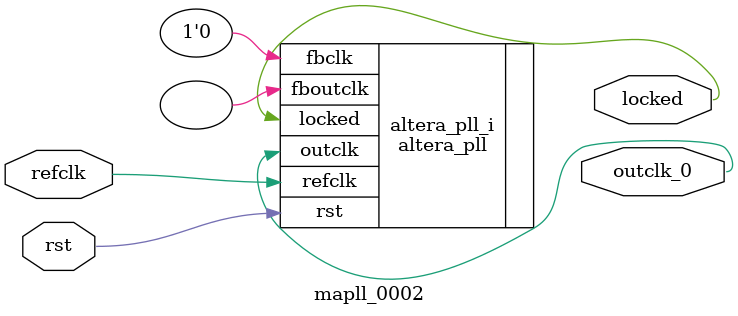
<source format=v>
`timescale 1ns/10ps
module  mapll_0002(

	// interface 'refclk'
	input wire refclk,

	// interface 'reset'
	input wire rst,

	// interface 'outclk0'
	output wire outclk_0,

	// interface 'locked'
	output wire locked
);

	altera_pll #(
		.fractional_vco_multiplier("false"),
		.reference_clock_frequency("50.0 MHz"),
		.operation_mode("direct"),
		.number_of_clocks(1),
		.output_clock_frequency0("100.000000 MHz"),
		.phase_shift0("0 ps"),
		.duty_cycle0(50),
		.output_clock_frequency1("0 MHz"),
		.phase_shift1("0 ps"),
		.duty_cycle1(50),
		.output_clock_frequency2("0 MHz"),
		.phase_shift2("0 ps"),
		.duty_cycle2(50),
		.output_clock_frequency3("0 MHz"),
		.phase_shift3("0 ps"),
		.duty_cycle3(50),
		.output_clock_frequency4("0 MHz"),
		.phase_shift4("0 ps"),
		.duty_cycle4(50),
		.output_clock_frequency5("0 MHz"),
		.phase_shift5("0 ps"),
		.duty_cycle5(50),
		.output_clock_frequency6("0 MHz"),
		.phase_shift6("0 ps"),
		.duty_cycle6(50),
		.output_clock_frequency7("0 MHz"),
		.phase_shift7("0 ps"),
		.duty_cycle7(50),
		.output_clock_frequency8("0 MHz"),
		.phase_shift8("0 ps"),
		.duty_cycle8(50),
		.output_clock_frequency9("0 MHz"),
		.phase_shift9("0 ps"),
		.duty_cycle9(50),
		.output_clock_frequency10("0 MHz"),
		.phase_shift10("0 ps"),
		.duty_cycle10(50),
		.output_clock_frequency11("0 MHz"),
		.phase_shift11("0 ps"),
		.duty_cycle11(50),
		.output_clock_frequency12("0 MHz"),
		.phase_shift12("0 ps"),
		.duty_cycle12(50),
		.output_clock_frequency13("0 MHz"),
		.phase_shift13("0 ps"),
		.duty_cycle13(50),
		.output_clock_frequency14("0 MHz"),
		.phase_shift14("0 ps"),
		.duty_cycle14(50),
		.output_clock_frequency15("0 MHz"),
		.phase_shift15("0 ps"),
		.duty_cycle15(50),
		.output_clock_frequency16("0 MHz"),
		.phase_shift16("0 ps"),
		.duty_cycle16(50),
		.output_clock_frequency17("0 MHz"),
		.phase_shift17("0 ps"),
		.duty_cycle17(50),
		.pll_type("General"),
		.pll_subtype("General")
	) altera_pll_i (
		.rst	(rst),
		.outclk	({outclk_0}),
		.locked	(locked),
		.fboutclk	( ),
		.fbclk	(1'b0),
		.refclk	(refclk)
	);
endmodule


</source>
